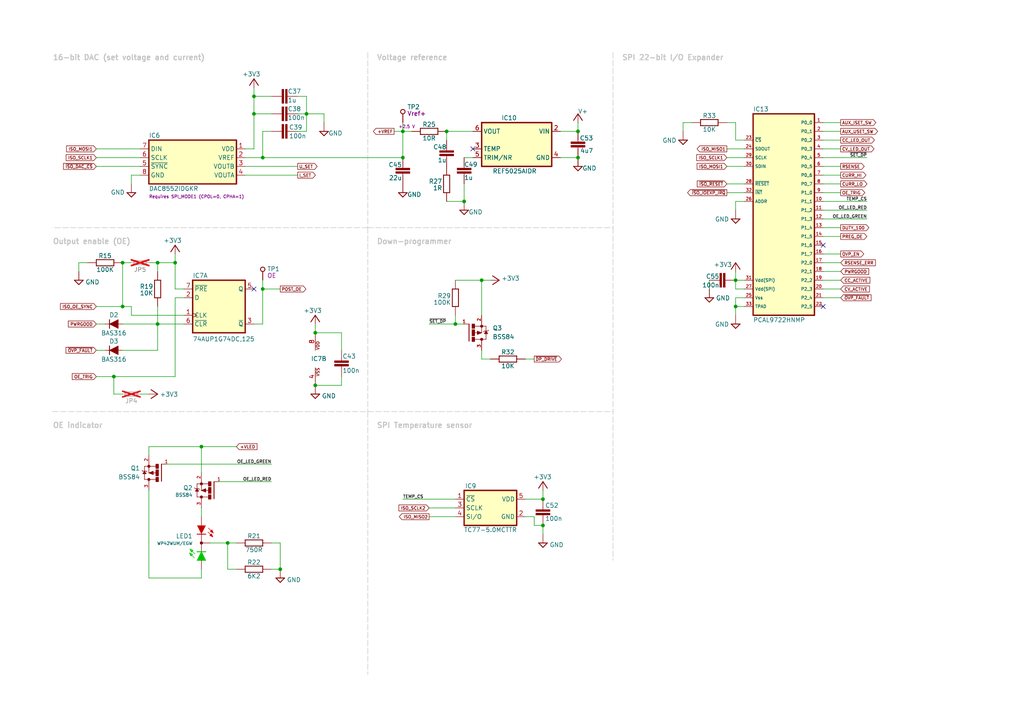
<source format=kicad_sch>
(kicad_sch (version 20250114) (generator "eeschema") (generator_version "9.0")
  (paper "A4")
  (title_block (title "${project_name}") (date "2025-12-07") (rev "${project_version}") (company "${project_creator}") (comment 1 "${project_license}") (comment 2 "${project_info}") (comment 3 "${project_url}"))
  (lib_symbols
    (symbol "PCM_EEZ_ICs:PCAL9722HNMP"
      (property "Reference" "IC" (at 0 1.27 0))
      (property "Value" "PCAL9722HNMP" (at 0 -60.325 0))
      (symbol "PCAL9722HNMP_1_0"
        (pin input line (at -2.54 -7.62 0) (length 2.54) (name "~{CS}") (number "23"))
        (pin passive line (at -2.54 -10.16 0) (length 2.54) (name "SDOUT") (number "24"))
        (pin input line (at -2.54 -12.7 0) (length 2.54) (name "SCLK") (number "29"))
        (pin input line (at -2.54 -15.24 0) (length 2.54) (name "SDIN") (number "30"))
        (pin input line (at -2.54 -20.32 0) (length 2.54) (name "~{RESET}") (number "28"))
        (pin output line (at -2.54 -22.86 0) (length 2.54) (name "~{INT}") (number "32"))
        (pin input line (at -2.54 -25.4 0) (length 2.54) (name "ADDR") (number "26"))
        (pin power_in line (at -2.54 -48.26 0) (length 2.54) (name "Vdd(SPI)") (number "31"))
        (pin power_in line (at -2.54 -50.8 0) (length 2.54) (name "Vdd(SPI)") (number "27"))
        (pin passive line (at -2.54 -53.34 0) (length 2.54) (name "Vss") (number "25"))
        (pin bidirectional line (at 20.32 -2.54 180) (length 2.54) (name "P0_0") (number "1"))
        (pin bidirectional line (at 20.32 -5.08 180) (length 2.54) (name "P0_1") (number "2"))
        (pin bidirectional line (at 20.32 -7.62 180) (length 2.54) (name "P0_2") (number "3"))
        (pin bidirectional line (at 20.32 -10.16 180) (length 2.54) (name "P0_3") (number "4"))
        (pin bidirectional line (at 20.32 -12.7 180) (length 2.54) (name "P0_4") (number "5"))
        (pin bidirectional line (at 20.32 -15.24 180) (length 2.54) (name "P0_5") (number "6"))
        (pin bidirectional line (at 20.32 -17.78 180) (length 2.54) (name "P0_6") (number "7"))
        (pin bidirectional line (at 20.32 -20.32 180) (length 2.54) (name "P0_7") (number "8"))
        (pin bidirectional line (at 20.32 -22.86 180) (length 2.54) (name "P1_0") (number "9"))
        (pin bidirectional line (at 20.32 -25.4 180) (length 2.54) (name "P1_1") (number "10"))
        (pin bidirectional line (at 20.32 -27.94 180) (length 2.54) (name "P1_2") (number "11"))
        (pin bidirectional line (at 20.32 -30.48 180) (length 2.54) (name "P1_3") (number "12"))
        (pin bidirectional line (at 20.32 -33.02 180) (length 2.54) (name "P1_4") (number "13"))
        (pin bidirectional line (at 20.32 -35.56 180) (length 2.54) (name "P1_5") (number "14"))
        (pin bidirectional line (at 20.32 -38.1 180) (length 2.54) (name "P1_6") (number "15"))
        (pin bidirectional line (at 20.32 -40.64 180) (length 2.54) (name "P1_7") (number "16"))
        (pin bidirectional line (at 20.32 -43.18 180) (length 2.54) (name "P2_0") (number "17"))
        (pin bidirectional line (at 20.32 -45.72 180) (length 2.54) (name "P2_1") (number "18"))
        (pin bidirectional line (at 20.32 -48.26 180) (length 2.54) (name "P2_2") (number "19"))
        (pin bidirectional line (at 20.32 -50.8 180) (length 2.54) (name "P2_3") (number "20"))
        (pin bidirectional line (at 20.32 -53.34 180) (length 2.54) (name "P2_4") (number "21"))
        (pin bidirectional line (at 20.32 -55.88 180) (length 2.54) (name "P2_5") (number "22"))
      )
      (symbol "PCAL9722HNMP_1_1"
        (pin passive line (at -2.54 -55.88 0) (length 2.54) (name "TPAD") (number "33"))
      )
    )
    (symbol "PCM_EEZ_TI:DAC8552IDGKR"
      (property "Reference" "IC" (at -12.7 5.715 0))
      (property "Value" "DAC8552IDGKR" (at -12.7 -10.795 0))
      (symbol "DAC8552IDGKR_1_0"
        (pin power_in line (at -15.24 2.54 0) (length 2.54) (name "VDD") (number "1"))
        (pin input line (at -15.24 0 0) (length 2.54) (name "VREF") (number "2"))
        (pin output line (at -15.24 -2.54 0) (length 2.54) (name "VOUTB") (number "3"))
        (pin output line (at -15.24 -5.08 0) (length 2.54) (name "VOUTA") (number "4"))
        (pin input line (at 15.24 2.54 180) (length 2.54) (name "DIN") (number "7"))
        (pin input line (at 15.24 0 180) (length 2.54) (name "SCLK") (number "6"))
        (pin input line (at 15.24 -2.54 180) (length 2.54) (name "~{SYNC}") (number "5"))
        (pin power_in line (at 15.24 -5.08 180) (length 2.54) (name "GND") (number "8"))
      )
    )
    (symbol "PCM_EEZ_TI:REF50XX"
      (property "Reference" "IC" (at -10.16 8.255 0))
      (property "Value" "REF5025AIDR" (at 2.54 -6.985 0))
      (symbol "REF50XX_1_0"
        (pin passive line (at -12.7 5.08 0) (length 2.54) (name "VIN") (number "2"))
        (pin no_connect line (at -12.7 2.54 0) (length 2.54) (hide yes) (name "DNC") (number "1"))
        (pin no_connect line (at -12.7 0 0) (length 2.54) (hide yes) (name "DNC") (number "8"))
        (pin passive line (at -12.7 -2.54 0) (length 2.54) (name "GND") (number "4"))
        (pin output line (at 12.7 5.08 180) (length 2.54) (name "VOUT") (number "6"))
        (pin no_connect line (at 12.7 2.54 180) (length 2.54) (hide yes) (name "NC") (number "7"))
        (pin input line (at 12.7 0 180) (length 2.54) (name "TEMP") (number "3"))
        (pin input line (at 12.7 -2.54 180) (length 2.54) (name "TRIM/NR") (number "5"))
      )
    )
    (symbol "PCM_EEZ_TI:SN74LVC1G74DCUR"
      (property "Reference" "IC" (at -7.62 8.128 0))
      (property "Value" "SN74LVC1G74DCUR" (at -7.62 -9.525 0))
      (symbol "SN74LVC1G74DCUR_1_0"
        (pin input line (at -10.16 5.08 0) (length 2.54) (name "~{PRE}") (number "7"))
        (pin input line (at -10.16 2.54 0) (length 2.54) (name "D") (number "2"))
        (pin input clock (at -10.16 -2.54 0) (length 2.54) (name "CLK") (number "1"))
        (pin input line (at -10.16 -5.08 0) (length 2.54) (name "~{CLR}") (number "6"))
        (pin output line (at 10.16 5.08 180) (length 2.54) (name "Q") (number "5"))
        (pin output line (at 10.16 -5.08 180) (length 2.54) (name "~{Q}") (number "3"))
      )
      (symbol "SN74LVC1G74DCUR_2_0"
        (text "VDD" (at 1.27 2.54 900) (effects (font (size 0.889 0.889)) (justify left bottom)))
        (text "VSS" (at 1.27 -5.08 900) (effects (font (size 0.889 0.889)) (justify left bottom)))
        (pin power_in line (at 0 7.62 270) (length 5.08) (name "VDD") (number "8"))
        (pin power_in line (at 0 -7.62 90) (length 5.08) (name "VSS") (number "4"))
      )
    )
    (symbol "PCM_EEZ_discretes:DIODE"
      (property "Reference" "D" (at 2.54 0.4826 0))
      (property "Value" "???" (at 2.54 -2.3114 0))
      (symbol "DIODE_1_0"
        (pin passive line (at -2.54 0 0) (length 2.54) (name "A") (number "A"))
        (pin passive line (at 2.54 0 180) (length 2.54) (name "C") (number "C"))
      )
    )
    (symbol "PCM_EEZ_discretes:L-42WUM_1EGWT"
      (property "Reference" "LED" (at 3.81 -1.27 0))
      (property "Value" "L-42WUM_1EGWT" (at 3.81 -3.175 0))
      (symbol "L-42WUM_1EGWT_1_0"
        (pin passive line (at -2.54 0 0) (length 2.54) (name "C") (number "CC"))
        (pin passive line (at 0 7.62 270) (length 2.54) (name "AR") (number "RED"))
        (pin passive line (at 0 -7.62 90) (length 2.54) (name "AG") (number "GREEN"))
      )
    )
    (symbol "PCM_EEZ_discretes:PMOS"
      (property "Reference" "Q" (at 3.429 -2.667 0))
      (symbol "PMOS_1_0"
        (pin passive line (at -2.54 2.54 0) (length 0) (name "G") (number "1"))
        (pin passive line (at 2.54 5.08 270) (length 2.54) (name "S") (number "2"))
        (pin passive line (at 2.54 -5.08 90) (length 2.54) (name "D") (number "3"))
      )
    )
    (symbol "PCM_EEZ_microchip:TC77-5.0MCTTR"
      (property "Reference" "IC" (at -6.985 1.27 0))
      (property "Value" "TC77-5.0MCTTR" (at 0 -11.43 0))
      (symbol "TC77-5.0MCTTR_1_1"
        (pin input line (at -10.16 -2.54 0) (length 2.54) (name "~{CS}") (number "1"))
        (pin input line (at -10.16 -5.08 0) (length 2.54) (name "SCLK") (number "3"))
        (pin input line (at -10.16 -7.62 0) (length 2.54) (name "SI/O") (number "4"))
        (pin power_in line (at 10.16 -2.54 180) (length 2.54) (name "VDD") (number "5"))
        (pin passive line (at 10.16 -7.62 180) (length 2.54) (name "GND") (number "2"))
      )
    )
    (symbol "PCM_EEZ_passives:C-EU"
      (property "Reference" "C" (at 1.27 0.635 0))
      (symbol "C-EU_1_0"
        (pin passive line (at 0 2.54 270) (length 2.54) (name "1") (number "1"))
        (pin passive line (at 0 -5.08 90) (length 2.54) (name "2") (number "2"))
      )
    )
    (symbol "PCM_EEZ_passives:R-EU"
      (property "Reference" "R" (at -1.905 -1.905 90))
      (symbol "R-EU_1_0"
        (pin passive line (at 0 5.08 270) (length 2.54) (name "2") (number "2"))
        (pin passive line (at 0 -5.08 90) (length 2.54) (name "1") (number "1"))
      )
    )
    (symbol "PCM_EEZ_symbols:+3V3" (power)
      (property "Value" "+3V3" (at 0 0.635 0))
      (symbol "+3V3_1_0"
        (pin power_in line (at 0 -2.54 90) (length 2.54) (name "+3V3") (number "1"))
      )
    )
    (symbol "PCM_EEZ_symbols:GND" (power)
      (property "Value" "GND" (at 0 -1.905 0))
      (symbol "GND_1_0"
        (pin power_in line (at 0 2.54 270) (length 2.54) (name "GND") (number "1"))
      )
    )
    (symbol "PCM_EEZ_symbols:V+" (power)
      (property "Value" "V+" (at -1.27 1.27 0))
      (symbol "V+_1_0"
        (pin power_in line (at 0 -2.54 90) (length 2.54) (name "V+") (number "1"))
      )
    )
    (symbol "PCM_EEZ_unsorted:JP2 open 2mm THT"
      (property "Reference" "JP" (at 2.54 0.635 0))
      (symbol "JP2 open 2mm THT_1_0"
        (pin passive line (at 0 0 0) (length 0.889) (name "1") (number "1"))
        (pin passive line (at 5.08 0 180) (length 0.889) (name "2") (number "2"))
      )
    )
    (symbol "PCM_EEZ_unsorted:PCB test point" (in_bom no)
      (property "Reference" "TP" (at 0 1.016 0))
      (symbol "PCB test point_1_0"
        (pin passive line (at -2.54 0 0) (length 0) (name "P$1") (number "1"))
      )
    )
    (symbol "R-EU_1"
      (property "Reference" "R" (at -1.905 -1.905 90))
      (symbol "R-EU_1_1_0"
        (pin passive line (at 0 5.08 270) (length 2.54) (name "2") (number "2"))
        (pin passive line (at 0 -5.08 90) (length 2.54) (name "1") (number "1"))
      )
    )
  )
  (text "Voltage reference" (at 109.22 17.78 0) (effects (font (size 1.524 1.524) (thickness 0.3048) (bold yes)) (justify left bottom)))
  (text "Down-programmer" (at 109.22 71.12 0) (effects (font (size 1.524 1.524) (thickness 0.3048) (bold yes)) (justify left bottom)))
  (text "Requires SPI_MODE1 (CPOL=0, CPHA=1)" (at 43.18 57.785 0) (effects (font (size 0.889 0.889)) (justify left bottom)))
  (text "Output enable (OE)" (at 15.24 71.12 0) (effects (font (size 1.524 1.524) (thickness 0.3048) (bold yes)) (justify left bottom)))
  (text "16-bit DAC (set voltage and current)" (at 15.24 17.78 0) (effects (font (size 1.524 1.524) (thickness 0.3048) (bold yes)) (justify left bottom)))
  (text "+2.5 V" (at 115.57 37.465 0) (effects (font (size 0.889 0.889)) (justify left bottom)))
  (text "SPI Temperature sensor" (at 109.22 124.46 0) (effects (font (size 1.524 1.524) (thickness 0.3048) (bold yes)) (justify left bottom)))
  (text "OE indicator" (at 15.24 124.46 0) (effects (font (size 1.524 1.524) (thickness 0.3048) (bold yes)) (justify left bottom)))
  (text "SPI 22-bit I/O Expander" (at 180.34 17.78 0) (effects (font (size 1.524 1.524) (thickness 0.3048) (bold yes)) (justify left bottom)))
  (junction (at 50.8 76.2))
  (junction (at 73.66 27.94))
  (junction (at 167.64 38.1))
  (junction (at 91.44 96.52))
  (junction (at 91.44 111.76))
  (junction (at 45.72 76.2))
  (junction (at 157.48 152.4))
  (junction (at 35.56 88.9))
  (junction (at 76.2 45.72))
  (junction (at 58.42 129.54))
  (junction (at 88.9 33.02))
  (junction (at 33.02 109.22))
  (junction (at 73.66 33.02))
  (junction (at 45.72 93.98))
  (junction (at 116.84 45.72))
  (junction (at 66.04 157.48))
  (junction (at 129.54 38.1))
  (junction (at 213.36 81.28))
  (junction (at 157.48 144.78))
  (junction (at 132.08 93.98))
  (junction (at 35.56 76.2))
  (junction (at 167.64 45.72))
  (junction (at 116.84 38.1))
  (junction (at 76.2 83.82))
  (junction (at 134.62 58.42))
  (junction (at 139.7 81.28))
  (junction (at 213.36 88.9))
  (junction (at 81.28 165.1))
  (no_connect (at 238.76 88.9))
  (no_connect (at 137.16 43.18))
  (no_connect (at 73.66 83.82))
  (no_connect (at 238.76 71.12))
  (wire (pts (xy 243.84 81.28) (xy 238.76 81.28)))
  (wire (pts (xy 116.84 35.56) (xy 116.84 38.1)))
  (wire (pts (xy 213.36 83.82) (xy 215.9 83.82)))
  (wire (pts (xy 43.18 157.48) (xy 43.18 167.64)))
  (wire (pts (xy 38.1 53.34) (xy 38.1 50.8)) (stroke (width 0.1524)))
  (wire (pts (xy 33.02 109.22) (xy 50.8 109.22)) (stroke (width 0.1524)))
  (wire (pts (xy 210.82 55.88) (xy 215.9 55.88)))
  (wire (pts (xy 78.74 33.02) (xy 73.66 33.02)) (stroke (width 0.1524)))
  (wire (pts (xy 50.8 86.36) (xy 50.8 109.22)) (stroke (width 0.1524)))
  (wire (pts (xy 238.76 48.26) (xy 243.84 48.26)))
  (wire (pts (xy 139.7 91.44) (xy 139.7 81.28)) (stroke (width 0.1524)))
  (wire (pts (xy 88.9 33.02) (xy 86.36 33.02)) (stroke (width 0.1524)))
  (wire (pts (xy 129.54 40.64) (xy 129.54 38.1)) (stroke (width 0.1524)))
  (wire (pts (xy 78.74 27.94) (xy 73.66 27.94)) (stroke (width 0.1524)))
  (wire (pts (xy 210.82 43.18) (xy 215.9 43.18)))
  (wire (pts (xy 124.46 147.32) (xy 132.08 147.32)))
  (wire (pts (xy 205.74 81.28) (xy 205.74 83.82)) (stroke (width 0.1524)))
  (wire (pts (xy 238.76 76.2) (xy 243.84 76.2)))
  (wire (pts (xy 238.76 58.42) (xy 251.46 58.42)))
  (wire (pts (xy 43.18 76.2) (xy 45.72 76.2)) (stroke (width 0.1524)))
  (wire (pts (xy 35.56 101.6) (xy 45.72 101.6)) (stroke (width 0.1524)))
  (wire (pts (xy 45.72 76.2) (xy 45.72 78.74)) (stroke (width 0.1524)))
  (wire (pts (xy 137.16 45.72) (xy 134.62 45.72)) (stroke (width 0.1524)))
  (wire (pts (xy 86.36 27.94) (xy 88.9 27.94)) (stroke (width 0.1524)))
  (wire (pts (xy 210.82 45.72) (xy 215.9 45.72)))
  (wire (pts (xy 243.84 66.04) (xy 238.76 66.04)))
  (wire (pts (xy 157.48 142.24) (xy 157.48 144.78)))
  (wire (pts (xy 22.86 76.2) (xy 22.86 78.74)))
  (wire (pts (xy 43.18 129.54) (xy 58.42 129.54)) (stroke (width 0.1524)))
  (wire (pts (xy 243.84 86.36) (xy 238.76 86.36)))
  (wire (pts (xy 132.08 81.28) (xy 139.7 81.28)) (stroke (width 0.1524)))
  (wire (pts (xy 213.36 88.9) (xy 213.36 91.44)))
  (wire (pts (xy 88.9 38.1) (xy 88.9 33.02)) (stroke (width 0.1524)))
  (wire (pts (xy 53.34 86.36) (xy 50.8 86.36)) (stroke (width 0.1524)))
  (wire (pts (xy 88.9 33.02) (xy 93.98 33.02)) (stroke (width 0.1524)))
  (wire (pts (xy 124.46 93.98) (xy 132.08 93.98)) (stroke (width 0.1524)))
  (wire (pts (xy 132.08 91.44) (xy 132.08 93.98)) (stroke (width 0.1524)))
  (polyline (pts (xy 106.68 119.38) (xy 106.68 195.58)) (stroke (width 0.1524) (type dash) (color 194 194 194 1)))
  (wire (pts (xy 53.34 83.82) (xy 50.8 83.82)) (stroke (width 0.1524)))
  (wire (pts (xy 48.26 91.44) (xy 53.34 91.44)) (stroke (width 0.1524)))
  (wire (pts (xy 43.18 167.64) (xy 58.42 167.64)))
  (wire (pts (xy 33.02 114.3) (xy 35.56 114.3)))
  (wire (pts (xy 58.42 129.54) (xy 68.58 129.54)))
  (wire (pts (xy 243.84 40.64) (xy 238.76 40.64)))
  (wire (pts (xy 243.84 73.66) (xy 238.76 73.66)))
  (wire (pts (xy 40.64 50.8) (xy 38.1 50.8)) (stroke (width 0.1524)))
  (wire (pts (xy 27.94 101.6) (xy 30.48 101.6)) (stroke (width 0.1524)))
  (wire (pts (xy 157.48 152.4) (xy 157.48 154.94)))
  (wire (pts (xy 53.34 93.98) (xy 45.72 93.98)) (stroke (width 0.1524)))
  (wire (pts (xy 81.28 157.48) (xy 81.28 165.1)) (stroke (width 0.1524)))
  (wire (pts (xy 76.2 83.82) (xy 81.28 83.82)) (stroke (width 0.1524)))
  (wire (pts (xy 45.72 101.6) (xy 45.72 93.98)) (stroke (width 0.1524)))
  (wire (pts (xy 238.76 53.34) (xy 243.84 53.34)))
  (wire (pts (xy 139.7 104.14) (xy 142.24 104.14)) (stroke (width 0.1524)))
  (wire (pts (xy 27.94 45.72) (xy 40.64 45.72)))
  (wire (pts (xy 71.12 45.72) (xy 76.2 45.72)) (stroke (width 0.1524)))
  (wire (pts (xy 114.3 38.1) (xy 116.84 38.1)) (stroke (width 0.1524)))
  (wire (pts (xy 76.2 83.82) (xy 76.2 93.98)))
  (polyline (pts (xy 106.68 119.38) (xy 177.8 119.38)) (stroke (width 0.1524) (type dash) (color 194 194 194 1)))
  (wire (pts (xy 73.66 27.94) (xy 73.66 25.4)) (stroke (width 0.1524)))
  (wire (pts (xy 213.36 78.74) (xy 213.36 81.28)))
  (wire (pts (xy 251.46 60.96) (xy 238.76 60.96)))
  (wire (pts (xy 58.42 165.1) (xy 58.42 167.64)))
  (polyline (pts (xy 106.68 15.24) (xy 106.68 66.04)) (stroke (width 0.1524) (type dash) (color 194 194 194 1)))
  (wire (pts (xy 162.56 45.72) (xy 167.64 45.72)) (stroke (width 0.1524)))
  (polyline (pts (xy 106.68 66.04) (xy 106.68 119.38)) (stroke (width 0.1524) (type dash) (color 194 194 194 1)))
  (wire (pts (xy 93.98 35.56) (xy 93.98 33.02)) (stroke (width 0.1524)))
  (wire (pts (xy 43.18 142.24) (xy 43.18 157.48)) (stroke (width 0.1524)))
  (wire (pts (xy 88.9 38.1) (xy 86.36 38.1)) (stroke (width 0.1524)))
  (wire (pts (xy 73.66 93.98) (xy 76.2 93.98)))
  (wire (pts (xy 152.4 144.78) (xy 157.48 144.78)))
  (wire (pts (xy 78.74 165.1) (xy 81.28 165.1)))
  (wire (pts (xy 27.94 88.9) (xy 35.56 88.9)))
  (wire (pts (xy 76.2 38.1) (xy 76.2 45.72)) (stroke (width 0.1524)))
  (wire (pts (xy 238.76 55.88) (xy 243.84 55.88)))
  (wire (pts (xy 116.84 38.1) (xy 116.84 45.72)) (stroke (width 0.1524)))
  (polyline (pts (xy 177.8 66.04) (xy 177.8 162.56)) (stroke (width 0.1524) (type dash) (color 194 194 194 1)))
  (polyline (pts (xy 15.24 119.38) (xy 106.68 119.38)) (stroke (width 0.1524) (type dash) (color 194 194 194 1)))
  (wire (pts (xy 27.94 109.22) (xy 33.02 109.22)) (stroke (width 0.1524)))
  (wire (pts (xy 152.4 149.86) (xy 154.94 149.86)))
  (wire (pts (xy 213.36 58.42) (xy 215.9 58.42)))
  (wire (pts (xy 134.62 93.98) (xy 132.08 93.98)) (stroke (width 0.1524)))
  (polyline (pts (xy 177.8 15.24) (xy 177.8 66.04)) (stroke (width 0.1524) (type dash) (color 194 194 194 1)))
  (wire (pts (xy 167.64 35.56) (xy 167.64 38.1)) (stroke (width 0.1524)))
  (wire (pts (xy 73.66 43.18) (xy 73.66 33.02)) (stroke (width 0.1524)))
  (wire (pts (xy 139.7 101.6) (xy 139.7 104.14)) (stroke (width 0.1524)))
  (wire (pts (xy 213.36 86.36) (xy 215.9 86.36)))
  (wire (pts (xy 78.74 139.7) (xy 63.5 139.7)) (stroke (width 0.1524)))
  (wire (pts (xy 78.74 38.1) (xy 76.2 38.1)) (stroke (width 0.1524)))
  (wire (pts (xy 22.86 76.2) (xy 25.4 76.2)))
  (wire (pts (xy 213.36 58.42) (xy 213.36 60.96)))
  (wire (pts (xy 66.04 157.48) (xy 66.04 165.1)))
  (wire (pts (xy 238.76 50.8) (xy 243.84 50.8)))
  (wire (pts (xy 243.84 38.1) (xy 238.76 38.1)))
  (wire (pts (xy 116.84 144.78) (xy 132.08 144.78)))
  (wire (pts (xy 154.94 152.4) (xy 157.48 152.4)))
  (wire (pts (xy 99.06 96.52) (xy 99.06 101.6)) (stroke (width 0.1524)))
  (wire (pts (xy 243.84 78.74) (xy 238.76 78.74)))
  (wire (pts (xy 48.26 134.62) (xy 78.74 134.62)) (stroke (width 0.1524)))
  (wire (pts (xy 58.42 129.54) (xy 58.42 137.16)) (stroke (width 0.1524)))
  (wire (pts (xy 38.1 91.44) (xy 48.26 91.44)))
  (wire (pts (xy 213.36 86.36) (xy 213.36 88.9)))
  (wire (pts (xy 68.58 157.48) (xy 66.04 157.48)) (stroke (width 0.1524)))
  (wire (pts (xy 129.54 58.42) (xy 134.62 58.42)))
  (wire (pts (xy 60.96 157.48) (xy 66.04 157.48)) (stroke (width 0.1524)))
  (wire (pts (xy 50.8 73.66) (xy 50.8 76.2)) (stroke (width 0.1524)))
  (wire (pts (xy 27.94 48.26) (xy 40.64 48.26)))
  (wire (pts (xy 116.84 38.1) (xy 119.38 38.1)) (stroke (width 0.1524)))
  (wire (pts (xy 45.72 88.9) (xy 45.72 93.98)) (stroke (width 0.1524)))
  (wire (pts (xy 43.18 114.3) (xy 40.64 114.3)))
  (wire (pts (xy 71.12 48.26) (xy 86.36 48.26)) (stroke (width 0.1524)))
  (wire (pts (xy 198.12 35.56) (xy 200.66 35.56)))
  (wire (pts (xy 154.94 149.86) (xy 154.94 152.4)))
  (wire (pts (xy 50.8 76.2) (xy 45.72 76.2)) (stroke (width 0.1524)))
  (wire (pts (xy 251.46 45.72) (xy 238.76 45.72)))
  (wire (pts (xy 129.54 38.1) (xy 137.16 38.1)) (stroke (width 0.1524)))
  (wire (pts (xy 213.36 88.9) (xy 215.9 88.9)))
  (wire (pts (xy 35.56 76.2) (xy 38.1 76.2)))
  (wire (pts (xy 91.44 111.76) (xy 99.06 111.76)) (stroke (width 0.1524)))
  (wire (pts (xy 139.7 81.28) (xy 142.24 81.28)) (stroke (width 0.1524)))
  (wire (pts (xy 213.36 40.64) (xy 215.9 40.64)))
  (wire (pts (xy 66.04 165.1) (xy 68.58 165.1)))
  (wire (pts (xy 35.56 88.9) (xy 38.1 88.9)))
  (wire (pts (xy 35.56 76.2) (xy 35.56 88.9)))
  (wire (pts (xy 251.46 63.5) (xy 238.76 63.5)))
  (wire (pts (xy 124.46 149.86) (xy 132.08 149.86)))
  (wire (pts (xy 210.82 48.26) (xy 215.9 48.26)))
  (wire (pts (xy 45.72 93.98) (xy 35.56 93.98)) (stroke (width 0.1524)))
  (wire (pts (xy 213.36 35.56) (xy 213.36 40.64)))
  (polyline (pts (xy 106.68 66.04) (xy 177.8 66.04)) (stroke (width 0.1524) (type dash) (color 194 194 194 1)))
  (wire (pts (xy 210.82 35.56) (xy 213.36 35.56)))
  (wire (pts (xy 43.18 129.54) (xy 43.18 132.08)) (stroke (width 0.1524)))
  (wire (pts (xy 30.48 93.98) (xy 27.94 93.98)) (stroke (width 0.1524)))
  (wire (pts (xy 243.84 35.56) (xy 238.76 35.56)))
  (wire (pts (xy 73.66 43.18) (xy 71.12 43.18)) (stroke (width 0.1524)))
  (wire (pts (xy 50.8 76.2) (xy 50.8 83.82)) (stroke (width 0.1524)))
  (wire (pts (xy 99.06 111.76) (xy 99.06 109.22)) (stroke (width 0.1524)))
  (polyline (pts (xy 457.2 106.68) (xy 457.2 63.5)) (stroke (width 0.1524) (type dash) (color 194 194 194 1)))
  (wire (pts (xy 38.1 88.9) (xy 38.1 91.44)))
  (wire (pts (xy 134.62 53.34) (xy 134.62 58.42)) (stroke (width 0.1524)))
  (wire (pts (xy 73.66 33.02) (xy 73.66 27.94)) (stroke (width 0.1524)))
  (wire (pts (xy 33.02 109.22) (xy 33.02 114.3)))
  (wire (pts (xy 88.9 27.94) (xy 88.9 33.02)) (stroke (width 0.1524)))
  (polyline (pts (xy 106.68 66.04) (xy 15.24 66.04)) (stroke (width 0.1524) (type dash) (color 194 194 194 1)))
  (wire (pts (xy 198.12 38.1) (xy 198.12 35.56)))
  (wire (pts (xy 91.44 96.52) (xy 99.06 96.52)) (stroke (width 0.1524)))
  (wire (pts (xy 152.4 104.14) (xy 154.94 104.14)) (stroke (width 0.1524)))
  (wire (pts (xy 76.2 81.28) (xy 76.2 83.82)))
  (wire (pts (xy 210.82 53.34) (xy 215.9 53.34)))
  (wire (pts (xy 27.94 43.18) (xy 40.64 43.18)))
  (wire (pts (xy 238.76 68.58) (xy 243.84 68.58)))
  (wire (pts (xy 213.36 81.28) (xy 213.36 83.82)))
  (wire (pts (xy 243.84 83.82) (xy 238.76 83.82)))
  (wire (pts (xy 58.42 149.86) (xy 58.42 147.32)) (stroke (width 0.1524)))
  (wire (pts (xy 162.56 38.1) (xy 167.64 38.1)) (stroke (width 0.1524)))
  (wire (pts (xy 116.84 45.72) (xy 76.2 45.72)) (stroke (width 0.1524)))
  (wire (pts (xy 91.44 93.98) (xy 91.44 96.52)) (stroke (width 0.1524)))
  (wire (pts (xy 213.36 81.28) (xy 215.9 81.28)))
  (wire (pts (xy 71.12 50.8) (xy 86.36 50.8)) (stroke (width 0.1524)))
  (wire (pts (xy 243.84 43.18) (xy 238.76 43.18)))
  (wire (pts (xy 81.28 157.48) (xy 78.74 157.48)) (stroke (width 0.1524)))
  (label "OE_LED_RED" (at 251.46 60.96 180) (effects (font (size 0.889 0.889))))
  (label "OE_LED_RED" (at 78.74 139.7 180) (effects (font (size 0.889 0.889))))
  (label "OE_LED_GREEN" (at 251.46 63.5 180) (effects (font (size 0.889 0.889))))
  (label "TEMP_CS" (at 251.46 58.42 180) (effects (font (size 0.889 0.889))))
  (label "~{SET_DP}" (at 251.46 45.72 180) (effects (font (size 0.889 0.889))))
  (label "OE_LED_GREEN" (at 78.74 134.62 180) (effects (font (size 0.889 0.889))))
  (label "~{SET_DP}" (at 124.46 93.98 0) (effects (font (size 0.889 0.889))))
  (label "TEMP_CS" (at 116.84 144.78 0) (effects (font (size 0.889 0.889))))
  (global_label "~{OVP_FAULT}" (shape input) (at 243.84 86.36 0) (effects (font (size 0.889 0.889))) (property "Intersheetrefs" "${INTERSHEET_REFS}" (effects (hide yes))))
  (global_label "CC_LED_OUT" (shape output) (at 243.84 40.64 0) (effects (font (size 0.889 0.889))) (property "Intersheetrefs" "${INTERSHEET_REFS}" (effects (hide yes))))
  (global_label "+VLED" (shape input) (at 68.58 129.54 0) (effects (font (size 0.889 0.889))) (property "Intersheetrefs" "${INTERSHEET_REFS}" (effects (hide yes))))
  (global_label "CURR_HI" (shape output) (at 243.84 50.8 0) (effects (font (size 0.889 0.889))) (property "Intersheetrefs" "${INTERSHEET_REFS}" (effects (hide yes))))
  (global_label "ISO_OE_SYNC" (shape input) (at 27.94 88.9 180) (effects (font (size 0.889 0.889))) (property "Intersheetrefs" "${INTERSHEET_REFS}" (effects (hide yes))))
  (global_label "U_SET" (shape output) (at 86.36 48.26 0) (effects (font (size 0.889 0.889))) (property "Intersheetrefs" "${INTERSHEET_REFS}" (effects (hide yes))))
  (global_label "~{ISO_RESET}" (shape input) (at 210.82 53.34 180) (effects (font (size 0.889 0.889))) (property "Intersheetrefs" "${INTERSHEET_REFS}" (effects (hide yes))))
  (global_label "CV_LED_OUT" (shape output) (at 243.84 43.18 0) (effects (font (size 0.889 0.889))) (property "Intersheetrefs" "${INTERSHEET_REFS}" (effects (hide yes))))
  (global_label "OE_TRIG" (shape output) (at 243.84 55.88 0) (effects (font (size 0.889 0.889))) (property "Intersheetrefs" "${INTERSHEET_REFS}" (effects (hide yes))))
  (global_label "ISO_MISO2" (shape output) (at 124.46 149.86 180) (effects (font (size 0.889 0.889))) (property "Intersheetrefs" "${INTERSHEET_REFS}" (effects (hide yes))))
  (global_label "~{OVP_FAULT}" (shape input) (at 27.94 101.6 180) (effects (font (size 0.889 0.889))) (property "Intersheetrefs" "${INTERSHEET_REFS}" (effects (hide yes))))
  (global_label "I_SET" (shape output) (at 86.36 50.8 0) (effects (font (size 0.889 0.889))) (property "Intersheetrefs" "${INTERSHEET_REFS}" (effects (hide yes))))
  (global_label "~{DP_DRIVE}" (shape output) (at 154.94 104.14 0) (effects (font (size 0.889 0.889))) (property "Intersheetrefs" "${INTERSHEET_REFS}" (effects (hide yes))))
  (global_label "CURR_LO" (shape output) (at 243.84 53.34 0) (effects (font (size 0.889 0.889))) (property "Intersheetrefs" "${INTERSHEET_REFS}" (effects (hide yes))))
  (global_label "ISO_MISO1" (shape output) (at 210.82 43.18 180) (effects (font (size 0.889 0.889))) (property "Intersheetrefs" "${INTERSHEET_REFS}" (effects (hide yes))))
  (global_label "ISO_SCLK1" (shape input) (at 210.82 45.72 180) (effects (font (size 0.889 0.889))) (property "Intersheetrefs" "${INTERSHEET_REFS}" (effects (hide yes))))
  (global_label "CC_ACTIVE" (shape input) (at 243.84 81.28 0) (effects (font (size 0.889 0.889))) (property "Intersheetrefs" "${INTERSHEET_REFS}" (effects (hide yes))))
  (global_label "ISO_MOSI1" (shape input) (at 27.94 43.18 180) (effects (font (size 0.889 0.889))) (property "Intersheetrefs" "${INTERSHEET_REFS}" (effects (hide yes))))
  (global_label "ISO_SCLK1" (shape input) (at 27.94 45.72 180) (effects (font (size 0.889 0.889))) (property "Intersheetrefs" "${INTERSHEET_REFS}" (effects (hide yes))))
  (global_label "PREG_OE" (shape output) (at 243.84 68.58 0) (effects (font (size 0.889 0.889))) (property "Intersheetrefs" "${INTERSHEET_REFS}" (effects (hide yes))))
  (global_label "ISO_SCLK2" (shape input) (at 124.46 147.32 180) (effects (font (size 0.889 0.889))) (property "Intersheetrefs" "${INTERSHEET_REFS}" (effects (hide yes))))
  (global_label "~{ISO_IOEXP_IRQ}" (shape output) (at 210.82 55.88 180) (effects (font (size 0.889 0.889))) (property "Intersheetrefs" "${INTERSHEET_REFS}" (effects (hide yes))))
  (global_label "+VREF" (shape output) (at 114.3 38.1 180) (effects (font (size 0.889 0.889))) (property "Intersheetrefs" "${INTERSHEET_REFS}" (effects (hide yes))))
  (global_label "~{ISO_DAC_CS}" (shape input) (at 27.94 48.26 180) (effects (font (size 0.889 0.889))) (property "Intersheetrefs" "${INTERSHEET_REFS}" (effects (hide yes))))
  (global_label "ISO_MOSI1" (shape input) (at 210.82 48.26 180) (effects (font (size 0.889 0.889))) (property "Intersheetrefs" "${INTERSHEET_REFS}" (effects (hide yes))))
  (global_label "CV_ACTIVE" (shape input) (at 243.84 83.82 0) (effects (font (size 0.889 0.889))) (property "Intersheetrefs" "${INTERSHEET_REFS}" (effects (hide yes))))
  (global_label "RSENSE" (shape output) (at 243.84 48.26 0) (effects (font (size 0.889 0.889))) (property "Intersheetrefs" "${INTERSHEET_REFS}" (effects (hide yes))))
  (global_label "PWRGOOD" (shape input) (at 27.94 93.98 180) (effects (font (size 0.889 0.889))) (property "Intersheetrefs" "${INTERSHEET_REFS}" (effects (hide yes))))
  (global_label "DUTY_100" (shape output) (at 243.84 66.04 0) (effects (font (size 0.889 0.889))) (property "Intersheetrefs" "${INTERSHEET_REFS}" (effects (hide yes))))
  (global_label "POST_OE" (shape output) (at 81.28 83.82 0) (effects (font (size 0.889 0.889))) (property "Intersheetrefs" "${INTERSHEET_REFS}" (effects (hide yes))))
  (global_label "OE_TRIG" (shape input) (at 27.94 109.22 180) (effects (font (size 0.889 0.889))) (property "Intersheetrefs" "${INTERSHEET_REFS}" (effects (hide yes))))
  (global_label "PWRGOOD" (shape input) (at 243.84 78.74 0) (effects (font (size 0.889 0.889))) (property "Intersheetrefs" "${INTERSHEET_REFS}" (effects (hide yes))))
  (global_label "OVP_EN" (shape output) (at 243.84 73.66 0) (effects (font (size 0.889 0.889))) (property "Intersheetrefs" "${INTERSHEET_REFS}" (effects (hide yes))))
  (global_label "AUX_ISET_SW" (shape output) (at 243.84 35.56 0) (effects (font (size 0.889 0.889))) (property "Intersheetrefs" "${INTERSHEET_REFS}" (effects (hide yes))))
  (global_label "RSENSE_ERR" (shape input) (at 243.84 76.2 0) (effects (font (size 0.889 0.889))) (property "Intersheetrefs" "${INTERSHEET_REFS}" (effects (hide yes))))
  (global_label "AUX_USET_SW" (shape output) (at 243.84 38.1 0) (effects (font (size 0.889 0.889))) (property "Intersheetrefs" "${INTERSHEET_REFS}" (effects (hide yes))))
  (symbol (lib_id "PCM_EEZ_TI:DAC8552IDGKR") (at 55.88 45.72 0) (mirror y) (unit 1)
    (property "Reference" "IC6" (at 43.18 40.005 0) (effects (justify right bottom)))
    (property "Value" "DAC8552IDGKR" (at 43.18 53.975 0) (effects (justify right top)))
    (property "Footprint" "PCM_EEZ_SMD:DGK8-M" (effects (hide yes)))
    (property "DigiKey" "296-46082-1-ND" (effects (hide yes)))
    (property "Mouser" "595-DAC8552IDGKR" (effects (hide yes)))
    (property "TME" "-" (effects (hide yes)))
    (property "LCSC" "C136020" (effects (hide yes)))
  )
  (symbol (lib_id "PCM_EEZ_symbols:GND") (at 38.1 55.88 0) (unit 1)
    (property "Reference" "#SUPPLY019" (effects (hide yes)))
    (property "Value" "GND" (at 36.195 56.515 0) (effects (justify right bottom)))
  )
  (symbol (lib_id "PCM_EEZ_symbols:+3V3") (at 45.72 114.3 270) (mirror x) (unit 1)
    (property "Reference" "#+3V09" (effects (hide yes)))
    (property "Value" "+3V3" (at 46.355 113.665 90) (effects (justify left bottom)))
  )
  (symbol (lib_id "PCM_EEZ_ICs:PCAL9722HNMP") (at 218.44 33.02 0) (unit 1)
    (property "Reference" "IC13" (at 218.44 32.385 0) (effects (justify left bottom)))
    (property "Value" "PCAL9722HNMP" (at 218.44 92.075 0) (effects (justify left top)))
    (property "Footprint" "PCM_EEZ_SMD:HVQFN32_SOT617-1_NXP-M" (effects (hide yes)))
    (property "Description" "Ultra low-voltage translating 22-bit SPI I/O expander with Agile I/O features, interrupt output and reset" (effects (hide yes)))
    (property "DigiKey" "568-PCAL9722HNMPTR-ND" (effects (hide yes)))
    (property "Mouser" "771-PCAL9722HNMP" (effects (hide yes)))
    (property "TME" "-" (effects (hide yes)))
    (property "LCSC" "C24212503" (effects (hide yes)))
  )
  (symbol (lib_id "PCM_EEZ_symbols:GND") (at 157.48 157.48 0) (unit 1)
    (property "Reference" "#SUPPLY028" (effects (hide yes)))
    (property "Value" "GND" (at 159.385 158.75 0) (effects (justify left bottom)))
  )
  (symbol (lib_id "PCM_EEZ_discretes:PMOS") (at 45.72 137.16 0) (mirror y) (unit 1)
    (property "Reference" "Q1" (at 40.64 136.525 0) (effects (justify left bottom)))
    (property "Value" "BSS84" (at 40.64 139.065 0) (effects (justify left bottom)))
    (property "Footprint" "PCM_EEZ_SMD:SOT103P240X110-3N" (effects (hide yes)))
    (property "DigiKey" "BSS84LT1GOSCT-ND" (effects (hide yes)))
    (property "LCSC" "C82079" (effects (hide yes)))
    (property "Mouser" "863-BSS84LT1G" (effects (hide yes)))
    (property "TME" "BSS84LT1G" (effects (hide yes)))
  )
  (symbol (lib_id "PCM_EEZ_symbols:GND") (at 167.64 48.26 0) (unit 1)
    (property "Reference" "#SUPPLY029" (effects (hide yes)))
    (property "Value" "GND" (at 168.91 49.53 0) (effects (justify left bottom)))
  )
  (symbol (lib_id "PCM_EEZ_passives:C-EU") (at 129.54 43.18 0) (unit 1)
    (property "Reference" "C48" (at 129.54 41.91 0) (effects (justify right top)))
    (property "Value" "1u" (at 129.54 45.72 0) (effects (justify right top)))
    (property "Footprint" "PCM_EEZ_passives:C_0805_2012Metric" (effects (hide yes)))
    (property "DigiKey" "587-1283-1-ND" (effects (hide yes)))
    (property "Mouser" "603-CC805MKX7R7BB105" (effects (hide yes)))
    (property "TME" "CL21B105KOFNNNE" (effects (hide yes)))
  )
  (symbol (lib_id "PCM_EEZ_unsorted:PCB test point") (at 76.2 78.74 90) (unit 1) (in_bom no)
    (property "Reference" "TP1" (at 77.47 78.74 90) (effects (justify right top)))
    (property "Value" "TEST-PIN_0.9MM" (effects (hide yes)))
    (property "Footprint" "PCM_EEZ_THT:Testhole 24_50mils" (effects (hide yes)))
    (property "Label" "OE" (at 77.47 80.645 90) (effects (justify right top)))
  )
  (symbol (lib_id "PCM_EEZ_unsorted:PCB test point") (at 116.84 33.02 90) (unit 1) (in_bom no)
    (property "Reference" "TP2" (at 118.11 31.75 90) (effects (justify right top)))
    (property "Value" "PCB_TEST_TABSHIELD" (effects (hide yes)))
    (property "Footprint" "PCM_EEZ_THT:Testhole 24_50mils" (effects (hide yes)))
    (property "Label" "Vref+" (at 118.11 33.655 90) (effects (justify right top)))
  )
  (symbol (lib_id "PCM_EEZ_passives:R-EU") (at 124.46 38.1 270) (unit 1)
    (property "Reference" "R25" (at 124.46 36.83 90) (effects (justify bottom)))
    (property "Value" "10R" (at 124.46 39.37 90) (effects (justify top)))
    (property "Footprint" "PCM_EEZ_passives:R_0805_2012Metric" (effects (hide yes)))
    (property "TME" "SMD0805-10R-1%" (effects (hide yes)))
  )
  (symbol (lib_id "PCM_EEZ_passives:R-EU") (at 73.66 157.48 270) (mirror x) (unit 1)
    (property "Reference" "R21" (at 73.66 156.21 90) (effects (justify top)))
    (property "Value" "750R" (at 73.66 158.75 90) (effects (justify bottom)))
    (property "Footprint" "PCM_EEZ_passives:R_0805_2012Metric" (effects (hide yes)))
    (property "DigiKey" "A126385CT-ND" (effects (hide yes)))
    (property "Mouser" "71-CRCW0805750RFKEAC" (effects (hide yes)))
    (property "TME" "0805S8F7500T5E" (effects (hide yes)))
    (property "LCSC" "C17818" (effects (hide yes)))
  )
  (symbol (lib_name "R-EU_1") (lib_id "PCM_EEZ_passives:R-EU") (at 129.54 53.34 0) (mirror x) (unit 1)
    (property "Reference" "R27" (at 128.27 53.34 0) (effects (justify right top)))
    (property "Value" "1R" (at 128.27 55.245 0) (effects (justify right top)))
    (property "Footprint" "PCM_EEZ_passives:R_0805_2012Metric" (effects (hide yes)))
  )
  (symbol (lib_id "PCM_EEZ_passives:C-EU") (at 157.48 147.32 0) (mirror y) (unit 1)
    (property "Reference" "C52" (at 158.115 147.32 0) (effects (justify right bottom)))
    (property "Value" "100n" (at 158.115 151.13 0) (effects (justify right bottom)))
    (property "Footprint" "PCM_EEZ_passives:C_0603_1608Metric" (effects (hide yes)))
    (property "DigiKey" "490-4774-1-ND" (effects (hide yes)))
    (property "Mouser" "80-C0603C104M4R" (effects (hide yes)))
    (property "TME" "CL10B104KA8NNNC" (effects (hide yes)))
  )
  (symbol (lib_id "PCM_EEZ_TI:REF50XX") (at 149.86 43.18 0) (mirror y) (unit 1)
    (property "Reference" "IC10" (at 145.415 34.925 0) (effects (justify right bottom)))
    (property "Value" "REF5025AIDR" (at 142.875 48.895 0) (effects (justify right top)))
    (property "Footprint" "PCM_EEZ_SMD:SOIC127P600X173-8N" (effects (hide yes)))
    (property "Description" "Low-Noise, Very Low Drift, Precision Voltage Reference" (effects (hide yes)))
    (property "DigiKey" "296-39165-1-ND" (effects (hide yes)))
    (property "Mouser" "595-REF5025AIDR" (effects (hide yes)))
    (property "TME" "-" (effects (hide yes)))
    (property "LCSC" "C11341" (effects (hide yes)))
  )
  (symbol (lib_id "PCM_EEZ_symbols:GND") (at 213.36 93.98 0) (unit 1)
    (property "Reference" "#SUPPLY037" (effects (hide yes)))
    (property "Value" "GND" (at 211.455 93.345 0) (effects (justify right top)))
  )
  (symbol (lib_id "PCM_EEZ_discretes:PMOS") (at 137.16 96.52 0) (unit 1)
    (property "Reference" "Q3" (at 142.875 95.885 0) (effects (justify left bottom)))
    (property "Value" "BSS84" (at 142.875 98.425 0) (effects (justify left bottom)))
    (property "Footprint" "PCM_EEZ_SMD:SOT103P240X110-3N" (effects (hide yes)))
    (property "DigiKey" "BSS84LT1GOSCT-ND" (effects (hide yes)))
    (property "LCSC" "C82079" (effects (hide yes)))
    (property "Mouser" "863-BSS84LT1G" (effects (hide yes)))
    (property "TME" "BSS84LT1G" (effects (hide yes)))
  )
  (symbol (lib_id "PCM_EEZ_passives:R-EU") (at 73.66 165.1 270) (unit 1)
    (property "Reference" "R22" (at 73.66 163.83 90) (effects (justify bottom)))
    (property "Value" "6K2" (at 73.66 166.37 90) (effects (justify top)))
    (property "Footprint" "PCM_EEZ_passives:R_0805_2012Metric" (effects (hide yes)))
  )
  (symbol (lib_id "PCM_EEZ_symbols:+3V3") (at 91.44 91.44 0) (mirror y) (unit 1)
    (property "Reference" "#+3V012" (effects (hide yes)))
    (property "Value" "+3V3" (at 93.345 90.805 0) (effects (justify left bottom)))
  )
  (symbol (lib_id "PCM_EEZ_symbols:GND") (at 116.84 55.88 0) (unit 1)
    (property "Reference" "#SUPPLY023" (effects (hide yes)))
    (property "Value" "GND" (at 118.11 57.15 0) (effects (justify left bottom)))
  )
  (symbol (lib_id "PCM_EEZ_symbols:GND") (at 81.28 167.64 0) (unit 1)
    (property "Reference" "#SUPPLY020" (effects (hide yes)))
    (property "Value" "GND" (at 83.185 168.91 0) (effects (justify left bottom)))
  )
  (symbol (lib_id "PCM_EEZ_microchip:TC77-5.0MCTTR") (at 142.24 142.24 0) (unit 1)
    (property "Reference" "IC9" (at 136.525 140.97 0))
    (property "Value" "TC77-5.0MCTTR" (at 142.24 153.67 0))
    (property "Footprint" "PCM_EEZ_SMD:SOT23-5L_STM" (effects (hide yes)))
    (property "DigiKey" "TC77-5.0MCTTRCT-ND" (effects (hide yes)))
    (property "Mouser" "579-TC77-5.0MCTTR" (effects (hide yes)))
    (property "TME" "TC77-5.0MCTTR" (effects (hide yes)))
    (property "LCSC" "C145382" (effects (hide yes)))
  )
  (symbol (lib_id "PCM_EEZ_symbols:GND") (at 93.98 38.1 0) (unit 1)
    (property "Reference" "#SUPPLY022" (effects (hide yes)))
    (property "Value" "GND" (at 95.25 39.37 0) (effects (justify left bottom)))
  )
  (symbol (lib_id "PCM_EEZ_passives:C-EU") (at 81.28 27.94 90) (mirror x) (unit 1)
    (property "Reference" "C37" (at 83.439 25.781 90) (effects (justify right top)))
    (property "Value" "1u" (at 83.439 28.321 90) (effects (justify right top)))
    (property "Footprint" "PCM_EEZ_passives:C_0805_2012Metric" (effects (hide yes)))
    (property "DigiKey" "587-1283-1-ND" (effects (hide yes)))
    (property "Mouser" "603-CC805MKX7R7BB105" (effects (hide yes)))
    (property "TME" "CL21B105KOFNNNE" (effects (hide yes)))
  )
  (symbol (lib_id "PCM_EEZ_symbols:GND") (at 134.62 60.96 0) (unit 1)
    (property "Reference" "#SUPPLY025" (effects (hide yes)))
    (property "Value" "GND" (at 135.89 62.23 0) (effects (justify left bottom)))
  )
  (symbol (lib_id "PCM_EEZ_symbols:GND") (at 22.86 81.28 0) (unit 1)
    (property "Reference" "#SUPPLY017" (effects (hide yes)))
    (property "Value" "GND" (at 24.765 82.55 0) (effects (justify left bottom)))
  )
  (symbol (lib_id "PCM_EEZ_TI:SN74LVC1G74DCUR") (at 91.44 104.14 0) (unit 2)
    (property "Reference" "IC7" (at 90.17 104.775 0) (effects (justify left bottom)))
    (property "Value" "74AUP1G74DC,125" (effects (hide yes)))
    (property "Footprint" "PCM_EEZ_SMD:DCU8" (effects (hide yes)))
    (property "Description" "D flip-flop" (effects (hide yes)))
    (property "DigiKey" "1727-6029-2-ND" (effects (hide yes)))
    (property "Mouser" "771-AUP1GDC125" (effects (hide yes)))
    (property "TME" "74AUP1G74DC.125" (effects (hide yes)))
    (property "LCSC" "C458192" (effects (hide yes)))
  )
  (symbol (lib_id "PCM_EEZ_passives:C-EU") (at 83.82 33.02 270) (mirror x) (unit 1)
    (property "Reference" "C38" (at 83.439 30.861 90) (effects (justify left bottom)))
    (property "Value" "100n" (at 83.439 33.401 90) (effects (justify left bottom)))
    (property "Footprint" "PCM_EEZ_passives:C_0603_1608Metric" (effects (hide yes)))
    (property "DigiKey" "490-4774-1-ND" (effects (hide yes)))
    (property "Mouser" "80-C0603C104M4R" (effects (hide yes)))
    (property "TME" "CL10B104KA8NNNC" (effects (hide yes)))
  )
  (symbol (lib_id "PCM_EEZ_passives:C-EU") (at 99.06 106.68 0) (mirror x) (unit 1)
    (property "Reference" "C43" (at 99.314 102.616 0) (effects (justify left bottom)))
    (property "Value" "100n" (at 99.314 108.204 0) (effects (justify left top)))
    (property "Footprint" "PCM_EEZ_passives:C_0603_1608Metric" (effects (hide yes)))
    (property "DigiKey" "490-4774-1-ND" (effects (hide yes)))
    (property "Mouser" "80-C0603C104M4R" (effects (hide yes)))
    (property "TME" "CL10B104KA8NNNC" (effects (hide yes)))
  )
  (symbol (lib_id "PCM_EEZ_passives:R-EU") (at 45.72 83.82 0) (unit 1)
    (property "Reference" "R19" (at 44.45 83.82 0) (effects (justify right bottom)))
    (property "Value" "10K" (at 44.45 85.725 0) (effects (justify right bottom)))
    (property "Footprint" "PCM_EEZ_passives:R_0805_2012Metric" (effects (hide yes)))
    (property "DigiKey" "311-10.0KCRCT-ND" (effects (hide yes)))
    (property "Mouser" "603-RC0805FR-0710KL" (effects (hide yes)))
    (property "TME" "RC0805FR-1310KL" (effects (hide yes)))
  )
  (symbol (lib_id "PCM_EEZ_symbols:+3V3") (at 73.66 22.86 0) (mirror y) (unit 1)
    (property "Reference" "#+3V011" (effects (hide yes)))
    (property "Value" "+3V3" (at 75.565 22.225 0) (effects (justify left bottom)))
  )
  (symbol (lib_id "PCM_EEZ_symbols:+3V3") (at 50.8 71.12 0) (mirror y) (unit 1)
    (property "Reference" "#+3V010" (effects (hide yes)))
    (property "Value" "+3V3" (at 52.705 70.485 0) (effects (justify left bottom)))
  )
  (symbol (lib_id "PCM_EEZ_discretes:PMOS") (at 60.96 142.24 0) (mirror y) (unit 1)
    (property "Reference" "Q2" (at 55.88 142.24 0) (effects (justify left bottom)))
    (property "Value" "BSS84" (at 55.88 144.145 0) (effects (font (size 1.016 1.016)) (justify left bottom)))
    (property "Footprint" "PCM_EEZ_SMD:SOT103P240X110-3N" (effects (hide yes)))
    (property "DigiKey" "BSS84LT1GOSCT-ND" (effects (hide yes)))
    (property "LCSC" "C82079" (effects (hide yes)))
    (property "Mouser" "863-BSS84LT1G" (effects (hide yes)))
    (property "TME" "BSS84LT1G" (effects (hide yes)))
  )
  (symbol (lib_id "PCM_EEZ_symbols:+3V3") (at 144.78 81.28 270) (mirror x) (unit 1)
    (property "Reference" "#+3V013" (effects (hide yes)))
    (property "Value" "+3V3" (at 145.415 80.01 90) (effects (justify left bottom)))
  )
  (symbol (lib_id "PCM_EEZ_passives:R-EU") (at 132.08 86.36 0) (mirror x) (unit 1)
    (property "Reference" "R29" (at 130.81 85.09 0) (effects (justify right bottom)))
    (property "Value" "100K" (at 130.81 86.995 0) (effects (justify right bottom)))
    (property "Footprint" "PCM_EEZ_passives:R_0805_2012Metric" (effects (hide yes)))
    (property "DigiKey" "RMCF0805FT100KCT-ND " (effects (hide yes)))
    (property "Mouser" "71-CRCW0805100KFKEAC" (effects (hide yes)))
    (property "TME" "0805S8F1003T5E" (effects (hide yes)))
  )
  (symbol (lib_id "PCM_EEZ_passives:C-EU") (at 116.84 48.26 0) (mirror y) (unit 1)
    (property "Reference" "C45" (at 116.586 48.514 0) (effects (justify left bottom)))
    (property "Value" "22u" (at 116.586 52.324 0) (effects (justify left bottom)))
    (property "Footprint" "PCM_EEZ_passives:C_1210_3225Metric" (effects (hide yes)))
  )
  (symbol (lib_id "PCM_EEZ_passives:C-EU") (at 83.82 38.1 270) (mirror x) (unit 1)
    (property "Reference" "C39" (at 83.82 36.195 90) (effects (justify left bottom)))
    (property "Value" "100n" (at 83.82 38.735 90) (effects (justify left bottom)))
    (property "Footprint" "PCM_EEZ_passives:C_0603_1608Metric" (effects (hide yes)))
    (property "DigiKey" "490-4774-1-ND" (effects (hide yes)))
    (property "Mouser" "80-C0603C104M4R" (effects (hide yes)))
    (property "TME" "CL10B104KA8NNNC" (effects (hide yes)))
  )
  (symbol (lib_id "PCM_EEZ_symbols:+3V3") (at 157.48 139.7 0) (mirror y) (unit 1)
    (property "Reference" "#+3V014" (effects (hide yes)))
    (property "Value" "+3V3" (at 160.02 139.065 0) (effects (justify left bottom)))
  )
  (symbol (lib_id "PCM_EEZ_passives:C-EU") (at 208.28 81.28 90) (mirror x) (unit 1)
    (property "Reference" "C55" (at 208.661 80.899 90) (effects (justify left bottom)))
    (property "Value" "100n" (at 208.661 83.439 90) (effects (justify left bottom)))
    (property "Footprint" "PCM_EEZ_passives:C_0603_1608Metric" (effects (hide yes)))
    (property "DigiKey" "490-4774-1-ND" (effects (hide yes)))
    (property "Mouser" "80-C0603C104M4R" (effects (hide yes)))
    (property "TME" "CL10B104KA8NNNC" (effects (hide yes)))
  )
  (symbol (lib_id "PCM_EEZ_symbols:GND") (at 213.36 63.5 0) (unit 1)
    (property "Reference" "#SUPPLY036" (effects (hide yes)))
    (property "Value" "GND" (at 211.455 62.865 0) (effects (justify right top)))
  )
  (symbol (lib_id "PCM_EEZ_discretes:DIODE") (at 33.02 101.6 180) (unit 1)
    (property "Reference" "D3" (at 33.02 99.695 0) (effects (justify top)))
    (property "Value" "BAS316" (at 33.02 103.505 0) (effects (justify bottom)))
    (property "Footprint" "PCM_EEZ_SMD:SOD-323_1P8X1P35_ONS-M" (effects (hide yes)))
    (property "DigiKey" "1727-7370-1-ND" (effects (hide yes)))
    (property "Mouser" "771-BAS316-T/R" (effects (hide yes)))
    (property "TME" "BAS316,115" (effects (hide yes)))
  )
  (symbol (lib_id "PCM_EEZ_passives:C-EU") (at 134.62 48.26 0) (mirror y) (unit 1)
    (property "Reference" "C49" (at 134.62 46.99 0) (effects (justify right top)))
    (property "Value" "1u" (at 134.62 50.8 0) (effects (justify right top)))
    (property "Footprint" "PCM_EEZ_passives:C_0805_2012Metric" (effects (hide yes)))
    (property "DigiKey" "587-1283-1-ND" (effects (hide yes)))
    (property "Mouser" "603-CC805MKX7R7BB105" (effects (hide yes)))
    (property "TME" "CL21B105KOFNNNE" (effects (hide yes)))
  )
  (symbol (lib_id "PCM_EEZ_symbols:GND") (at 198.12 40.64 0) (unit 1)
    (property "Reference" "#SUPPLY031" (effects (hide yes)))
    (property "Value" "GND" (at 196.215 40.005 0) (effects (justify right top)))
  )
  (symbol (lib_id "PCM_EEZ_discretes:L-42WUM_1EGWT") (at 58.42 157.48 0) (mirror y) (unit 1)
    (property "Reference" "LED1" (at 55.88 156.21 0) (effects (justify left bottom)))
    (property "Value" "WP42WUM/EGW" (at 55.88 158.115 0) (effects (font (size 0.889 0.889)) (justify left bottom)))
    (property "Footprint" "PCM_EEZ_THT:L-42WUM-1EGWT" (effects (hide yes)))
    (property "Description" "3mm Single-Level Circuit Board Indicator" (effects (hide yes)))
    (property "DigiKey" "754-1718-ND" (effects (hide yes)))
    (property "Mouser" "604-WP42WUM/EGW" (effects (hide yes)))
    (property "TME" "L-42WUM/1EGWT" (effects (hide yes)))
  )
  (symbol (lib_id "PCM_EEZ_passives:C-EU") (at 167.64 40.64 0) (unit 1)
    (property "Reference" "C53" (at 168.148 40.7924 0) (effects (justify left bottom)))
    (property "Value" "4u7" (at 168.275 44.45 0) (effects (justify left bottom)))
    (property "Footprint" "PCM_EEZ_passives:C_1206_3216Metric" (effects (hide yes)))
    (property "DigiKey" "1276-2970-1-ND" (effects (hide yes)))
    (property "Mouser" "963-EMK316B7475ML-T" (effects (hide yes)))
    (property "TME" "GCM31CR71E475KA55L" (effects (hide yes)))
  )
  (symbol (lib_id "PCM_EEZ_discretes:DIODE") (at 33.02 93.98 180) (unit 1)
    (property "Reference" "D2" (at 33.02 92.075 0) (effects (justify top)))
    (property "Value" "BAS316" (at 33.02 95.885 0) (effects (justify bottom)))
    (property "Footprint" "PCM_EEZ_SMD:SOD-323_1P8X1P35_ONS-M" (effects (hide yes)))
    (property "DigiKey" "1727-7370-1-ND" (effects (hide yes)))
    (property "Mouser" "771-BAS316-T/R" (effects (hide yes)))
    (property "TME" "BAS316,115" (effects (hide yes)))
  )
  (symbol (lib_id "PCM_EEZ_symbols:GND") (at 91.44 114.3 0) (unit 1)
    (property "Reference" "#SUPPLY021" (effects (hide yes)))
    (property "Value" "GND" (at 93.345 115.57 0) (effects (justify left bottom)))
  )
  (symbol (lib_id "PCM_EEZ_symbols:V+") (at 167.64 33.02 0) (unit 1)
    (property "Reference" "#P+02" (effects (hide yes)))
    (property "Value" "V+" (at 167.64 33.02 0) (effects (justify left bottom)))
  )
  (symbol (lib_id "PCM_EEZ_TI:SN74LVC1G74DCUR") (at 63.5 88.9 0) (unit 1)
    (property "Reference" "IC7" (at 55.88 80.645 0) (effects (justify left bottom)))
    (property "Value" "74AUP1G74DC,125" (at 55.88 99.06 0) (effects (justify left bottom)))
    (property "Footprint" "PCM_EEZ_SMD:DCU8" (effects (hide yes)))
    (property "Description" "D flip-flop" (effects (hide yes)))
    (property "DigiKey" "1727-6029-2-ND" (effects (hide yes)))
    (property "Mouser" "771-AUP1GDC125" (effects (hide yes)))
    (property "TME" "74AUP1G74DC.125" (effects (hide yes)))
    (property "LCSC" "C458192" (effects (hide yes)))
  )
  (symbol (lib_id "PCM_EEZ_passives:R-EU") (at 147.32 104.14 90) (mirror x) (unit 1)
    (property "Reference" "R32" (at 147.32 102.87 90) (effects (justify bottom)))
    (property "Value" "10K" (at 147.32 105.41 90) (effects (justify top)))
    (property "Footprint" "PCM_EEZ_passives:R_0805_2012Metric" (effects (hide yes)))
    (property "DigiKey" "311-10.0KCRCT-ND" (effects (hide yes)))
    (property "Mouser" "603-RC0805FR-0710KL" (effects (hide yes)))
    (property "TME" "RC0805FR-1310KL" (effects (hide yes)))
  )
  (symbol (lib_id "PCM_EEZ_symbols:GND") (at 205.74 86.36 0) (mirror y) (unit 1)
    (property "Reference" "#SUPPLY033" (effects (hide yes)))
    (property "Value" "GND" (at 207.645 85.725 0) (effects (justify right top)))
  )
  (symbol (lib_id "PCM_EEZ_unsorted:JP2 open 2mm THT") (at 43.18 76.2 180) (unit 1) (in_bom no) (dnp yes)
    (property "Reference" "JP5" (at 40.64 77.47 0) (effects (justify bottom)))
    (property "Footprint" "PCM_EEZ_connectors:M22-2010246" (effects (hide yes)))
    (property "DigiKey" "M22-2010346-ND" (effects (hide yes)))
    (property "Mouser" "855-M22-2010246" (effects (hide yes)))
    (property "TME" "-" (effects (hide yes)))
    (property "LCSC" "C5790018" (effects (hide yes)))
  )
  (symbol (lib_id "PCM_EEZ_symbols:+3V3") (at 213.36 76.2 0) (unit 1)
    (property "Reference" "#+3V015" (effects (hide yes)))
    (property "Value" "+3V3" (at 207.01 77.47 0) (effects (justify left bottom)))
  )
  (symbol (lib_id "PCM_EEZ_passives:R-EU") (at 205.74 35.56 270) (mirror x) (unit 1)
    (property "Reference" "R33" (at 205.74 34.29 90) (effects (justify top)))
    (property "Value" "10K" (at 205.74 36.83 90) (effects (justify bottom)))
    (property "Footprint" "PCM_EEZ_passives:R_0805_2012Metric" (effects (hide yes)))
    (property "DigiKey" "311-10.0KCRCT-ND" (effects (hide yes)))
    (property "Mouser" "603-RC0805FR-0710KL" (effects (hide yes)))
    (property "TME" "RC0805FR-1310KL" (effects (hide yes)))
  )
  (symbol (lib_id "PCM_EEZ_passives:R-EU") (at 30.48 76.2 270) (mirror x) (unit 1)
    (property "Reference" "R15" (at 30.48 74.93 90) (effects (justify top)))
    (property "Value" "100K" (at 30.48 77.47 90) (effects (justify bottom)))
    (property "Footprint" "PCM_EEZ_passives:R_0805_2012Metric" (effects (hide yes)))
    (property "DigiKey" "RMCF0805FT100KCT-ND " (effects (hide yes)))
    (property "Mouser" "71-CRCW0805100KFKEAC" (effects (hide yes)))
    (property "TME" "0805S8F1003T5E" (effects (hide yes)))
  )
  (symbol (lib_id "PCM_EEZ_unsorted:JP2 open 2mm THT") (at 40.64 114.3 180) (unit 1) (in_bom no) (dnp yes)
    (property "Reference" "JP4" (at 38.1 115.57 0) (effects (justify bottom)))
    (property "Footprint" "PCM_EEZ_connectors:M22-2010246" (effects (hide yes)))
    (property "DigiKey" "M22-2010346-ND" (effects (hide yes)))
    (property "Mouser" "855-M22-2010246" (effects (hide yes)))
    (property "TME" "-" (effects (hide yes)))
    (property "LCSC" "C5790018" (effects (hide yes)))
  )
)
</source>
